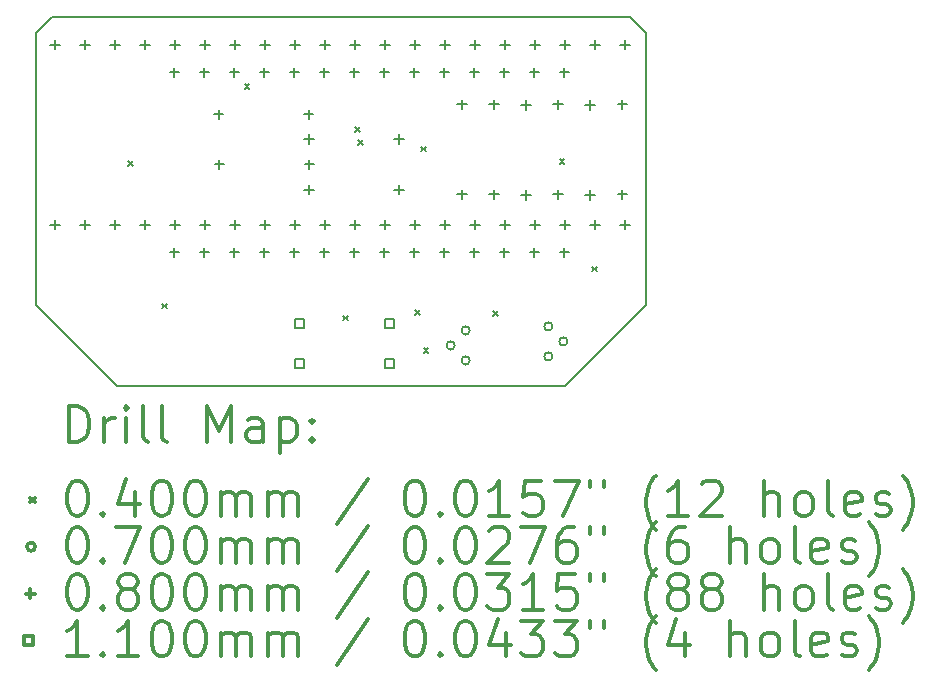
<source format=gbr>
%FSLAX45Y45*%
G04 Gerber Fmt 4.5, Leading zero omitted, Abs format (unit mm)*
G04 Created by KiCad (PCBNEW 5.1.10-88a1d61d58~88~ubuntu18.04.1) date 2021-09-30 23:52:21*
%MOMM*%
%LPD*%
G01*
G04 APERTURE LIST*
%TA.AperFunction,Profile*%
%ADD10C,0.150000*%
%TD*%
%ADD11C,0.200000*%
%ADD12C,0.300000*%
G04 APERTURE END LIST*
D10*
X14930000Y-1289000D02*
X14794000Y-1153000D01*
X9767000Y-1288000D02*
X9902000Y-1153000D01*
X10450000Y-4278000D02*
X9767000Y-3595000D01*
X14247000Y-4278000D02*
X10450000Y-4278000D01*
X14930000Y-1289000D02*
X14930000Y-3595000D01*
X9902000Y-1153000D02*
X14794000Y-1153000D01*
X9767000Y-3595000D02*
X9767000Y-1288000D01*
X14930000Y-3595000D02*
X14247000Y-4278000D01*
D11*
X10549000Y-2374000D02*
X10589000Y-2414000D01*
X10589000Y-2374000D02*
X10549000Y-2414000D01*
X10832000Y-3582000D02*
X10872000Y-3622000D01*
X10872000Y-3582000D02*
X10832000Y-3622000D01*
X11531900Y-1727430D02*
X11571900Y-1767430D01*
X11571900Y-1727430D02*
X11531900Y-1767430D01*
X12369000Y-3684000D02*
X12409000Y-3724000D01*
X12409000Y-3684000D02*
X12369000Y-3724000D01*
X12467880Y-2089120D02*
X12507880Y-2129120D01*
X12507880Y-2089120D02*
X12467880Y-2129120D01*
X12493499Y-2199070D02*
X12533499Y-2239070D01*
X12533499Y-2199070D02*
X12493499Y-2239070D01*
X12975000Y-3639000D02*
X13015000Y-3679000D01*
X13015000Y-3639000D02*
X12975000Y-3679000D01*
X13028000Y-2253000D02*
X13068000Y-2293000D01*
X13068000Y-2253000D02*
X13028000Y-2293000D01*
X13049000Y-3961000D02*
X13089000Y-4001000D01*
X13089000Y-3961000D02*
X13049000Y-4001000D01*
X13634000Y-3648000D02*
X13674000Y-3688000D01*
X13674000Y-3648000D02*
X13634000Y-3688000D01*
X14201000Y-2357000D02*
X14241000Y-2397000D01*
X14241000Y-2357000D02*
X14201000Y-2397000D01*
X14476000Y-3269000D02*
X14516000Y-3309000D01*
X14516000Y-3269000D02*
X14476000Y-3309000D01*
X13312000Y-3937000D02*
G75*
G03*
X13312000Y-3937000I-35000J0D01*
G01*
X13439000Y-3810000D02*
G75*
G03*
X13439000Y-3810000I-35000J0D01*
G01*
X13439000Y-4064000D02*
G75*
G03*
X13439000Y-4064000I-35000J0D01*
G01*
X14139000Y-3776000D02*
G75*
G03*
X14139000Y-3776000I-35000J0D01*
G01*
X14139000Y-4030000D02*
G75*
G03*
X14139000Y-4030000I-35000J0D01*
G01*
X14266000Y-3903000D02*
G75*
G03*
X14266000Y-3903000I-35000J0D01*
G01*
X9927500Y-1351100D02*
X9927500Y-1431100D01*
X9887500Y-1391100D02*
X9967500Y-1391100D01*
X9927500Y-2875100D02*
X9927500Y-2955100D01*
X9887500Y-2915100D02*
X9967500Y-2915100D01*
X10181500Y-1351100D02*
X10181500Y-1431100D01*
X10141500Y-1391100D02*
X10221500Y-1391100D01*
X10181500Y-2875100D02*
X10181500Y-2955100D01*
X10141500Y-2915100D02*
X10221500Y-2915100D01*
X10435500Y-1351100D02*
X10435500Y-1431100D01*
X10395500Y-1391100D02*
X10475500Y-1391100D01*
X10435500Y-2875100D02*
X10435500Y-2955100D01*
X10395500Y-2915100D02*
X10475500Y-2915100D01*
X10689500Y-1351100D02*
X10689500Y-1431100D01*
X10649500Y-1391100D02*
X10729500Y-1391100D01*
X10689500Y-2875100D02*
X10689500Y-2955100D01*
X10649500Y-2915100D02*
X10729500Y-2915100D01*
X10939000Y-1584000D02*
X10939000Y-1664000D01*
X10899000Y-1624000D02*
X10979000Y-1624000D01*
X10939000Y-3108000D02*
X10939000Y-3188000D01*
X10899000Y-3148000D02*
X10979000Y-3148000D01*
X10943500Y-1351100D02*
X10943500Y-1431100D01*
X10903500Y-1391100D02*
X10983500Y-1391100D01*
X10943500Y-2875100D02*
X10943500Y-2955100D01*
X10903500Y-2915100D02*
X10983500Y-2915100D01*
X11193000Y-1584000D02*
X11193000Y-1664000D01*
X11153000Y-1624000D02*
X11233000Y-1624000D01*
X11193000Y-3108000D02*
X11193000Y-3188000D01*
X11153000Y-3148000D02*
X11233000Y-3148000D01*
X11197500Y-1351100D02*
X11197500Y-1431100D01*
X11157500Y-1391100D02*
X11237500Y-1391100D01*
X11197500Y-2875100D02*
X11197500Y-2955100D01*
X11157500Y-2915100D02*
X11237500Y-2915100D01*
X11314000Y-1941000D02*
X11314000Y-2021000D01*
X11274000Y-1981000D02*
X11354000Y-1981000D01*
X11318000Y-2363000D02*
X11318000Y-2443000D01*
X11278000Y-2403000D02*
X11358000Y-2403000D01*
X11447000Y-1584000D02*
X11447000Y-1664000D01*
X11407000Y-1624000D02*
X11487000Y-1624000D01*
X11447000Y-3108000D02*
X11447000Y-3188000D01*
X11407000Y-3148000D02*
X11487000Y-3148000D01*
X11451500Y-1351100D02*
X11451500Y-1431100D01*
X11411500Y-1391100D02*
X11491500Y-1391100D01*
X11451500Y-2875100D02*
X11451500Y-2955100D01*
X11411500Y-2915100D02*
X11491500Y-2915100D01*
X11701000Y-1584000D02*
X11701000Y-1664000D01*
X11661000Y-1624000D02*
X11741000Y-1624000D01*
X11701000Y-3108000D02*
X11701000Y-3188000D01*
X11661000Y-3148000D02*
X11741000Y-3148000D01*
X11705500Y-1351100D02*
X11705500Y-1431100D01*
X11665500Y-1391100D02*
X11745500Y-1391100D01*
X11705500Y-2875100D02*
X11705500Y-2955100D01*
X11665500Y-2915100D02*
X11745500Y-2915100D01*
X11955000Y-1584000D02*
X11955000Y-1664000D01*
X11915000Y-1624000D02*
X11995000Y-1624000D01*
X11955000Y-3108000D02*
X11955000Y-3188000D01*
X11915000Y-3148000D02*
X11995000Y-3148000D01*
X11959500Y-1351100D02*
X11959500Y-1431100D01*
X11919500Y-1391100D02*
X11999500Y-1391100D01*
X11959500Y-2875100D02*
X11959500Y-2955100D01*
X11919500Y-2915100D02*
X11999500Y-2915100D01*
X12076000Y-1941000D02*
X12076000Y-2021000D01*
X12036000Y-1981000D02*
X12116000Y-1981000D01*
X12077000Y-2149000D02*
X12077000Y-2229000D01*
X12037000Y-2189000D02*
X12117000Y-2189000D01*
X12077000Y-2578000D02*
X12077000Y-2658000D01*
X12037000Y-2618000D02*
X12117000Y-2618000D01*
X12080000Y-2363000D02*
X12080000Y-2443000D01*
X12040000Y-2403000D02*
X12120000Y-2403000D01*
X12209000Y-1584000D02*
X12209000Y-1664000D01*
X12169000Y-1624000D02*
X12249000Y-1624000D01*
X12209000Y-3108000D02*
X12209000Y-3188000D01*
X12169000Y-3148000D02*
X12249000Y-3148000D01*
X12213500Y-1351100D02*
X12213500Y-1431100D01*
X12173500Y-1391100D02*
X12253500Y-1391100D01*
X12213500Y-2875100D02*
X12213500Y-2955100D01*
X12173500Y-2915100D02*
X12253500Y-2915100D01*
X12463000Y-1584000D02*
X12463000Y-1664000D01*
X12423000Y-1624000D02*
X12503000Y-1624000D01*
X12463000Y-3108000D02*
X12463000Y-3188000D01*
X12423000Y-3148000D02*
X12503000Y-3148000D01*
X12467500Y-1351100D02*
X12467500Y-1431100D01*
X12427500Y-1391100D02*
X12507500Y-1391100D01*
X12467500Y-2875100D02*
X12467500Y-2955100D01*
X12427500Y-2915100D02*
X12507500Y-2915100D01*
X12717000Y-1584000D02*
X12717000Y-1664000D01*
X12677000Y-1624000D02*
X12757000Y-1624000D01*
X12717000Y-3108000D02*
X12717000Y-3188000D01*
X12677000Y-3148000D02*
X12757000Y-3148000D01*
X12721500Y-1351100D02*
X12721500Y-1431100D01*
X12681500Y-1391100D02*
X12761500Y-1391100D01*
X12721500Y-2875100D02*
X12721500Y-2955100D01*
X12681500Y-2915100D02*
X12761500Y-2915100D01*
X12839000Y-2149000D02*
X12839000Y-2229000D01*
X12799000Y-2189000D02*
X12879000Y-2189000D01*
X12839000Y-2578000D02*
X12839000Y-2658000D01*
X12799000Y-2618000D02*
X12879000Y-2618000D01*
X12971000Y-1584000D02*
X12971000Y-1664000D01*
X12931000Y-1624000D02*
X13011000Y-1624000D01*
X12971000Y-3108000D02*
X12971000Y-3188000D01*
X12931000Y-3148000D02*
X13011000Y-3148000D01*
X12975500Y-1351100D02*
X12975500Y-1431100D01*
X12935500Y-1391100D02*
X13015500Y-1391100D01*
X12975500Y-2875100D02*
X12975500Y-2955100D01*
X12935500Y-2915100D02*
X13015500Y-2915100D01*
X13225000Y-1584000D02*
X13225000Y-1664000D01*
X13185000Y-1624000D02*
X13265000Y-1624000D01*
X13225000Y-3108000D02*
X13225000Y-3188000D01*
X13185000Y-3148000D02*
X13265000Y-3148000D01*
X13229500Y-1351100D02*
X13229500Y-1431100D01*
X13189500Y-1391100D02*
X13269500Y-1391100D01*
X13229500Y-2875100D02*
X13229500Y-2955100D01*
X13189500Y-2915100D02*
X13269500Y-2915100D01*
X13373000Y-1856000D02*
X13373000Y-1936000D01*
X13333000Y-1896000D02*
X13413000Y-1896000D01*
X13373000Y-2618000D02*
X13373000Y-2698000D01*
X13333000Y-2658000D02*
X13413000Y-2658000D01*
X13479000Y-1584000D02*
X13479000Y-1664000D01*
X13439000Y-1624000D02*
X13519000Y-1624000D01*
X13479000Y-3108000D02*
X13479000Y-3188000D01*
X13439000Y-3148000D02*
X13519000Y-3148000D01*
X13483500Y-1351100D02*
X13483500Y-1431100D01*
X13443500Y-1391100D02*
X13523500Y-1391100D01*
X13483500Y-2875100D02*
X13483500Y-2955100D01*
X13443500Y-2915100D02*
X13523500Y-2915100D01*
X13643000Y-1857000D02*
X13643000Y-1937000D01*
X13603000Y-1897000D02*
X13683000Y-1897000D01*
X13643000Y-2619000D02*
X13643000Y-2699000D01*
X13603000Y-2659000D02*
X13683000Y-2659000D01*
X13733000Y-1584000D02*
X13733000Y-1664000D01*
X13693000Y-1624000D02*
X13773000Y-1624000D01*
X13733000Y-3108000D02*
X13733000Y-3188000D01*
X13693000Y-3148000D02*
X13773000Y-3148000D01*
X13737500Y-1351100D02*
X13737500Y-1431100D01*
X13697500Y-1391100D02*
X13777500Y-1391100D01*
X13737500Y-2875100D02*
X13737500Y-2955100D01*
X13697500Y-2915100D02*
X13777500Y-2915100D01*
X13914000Y-1860000D02*
X13914000Y-1940000D01*
X13874000Y-1900000D02*
X13954000Y-1900000D01*
X13914000Y-2622000D02*
X13914000Y-2702000D01*
X13874000Y-2662000D02*
X13954000Y-2662000D01*
X13987000Y-1584000D02*
X13987000Y-1664000D01*
X13947000Y-1624000D02*
X14027000Y-1624000D01*
X13987000Y-3108000D02*
X13987000Y-3188000D01*
X13947000Y-3148000D02*
X14027000Y-3148000D01*
X13991500Y-1351100D02*
X13991500Y-1431100D01*
X13951500Y-1391100D02*
X14031500Y-1391100D01*
X13991500Y-2875100D02*
X13991500Y-2955100D01*
X13951500Y-2915100D02*
X14031500Y-2915100D01*
X14186000Y-1857000D02*
X14186000Y-1937000D01*
X14146000Y-1897000D02*
X14226000Y-1897000D01*
X14186000Y-2619000D02*
X14186000Y-2699000D01*
X14146000Y-2659000D02*
X14226000Y-2659000D01*
X14241000Y-1584000D02*
X14241000Y-1664000D01*
X14201000Y-1624000D02*
X14281000Y-1624000D01*
X14241000Y-3108000D02*
X14241000Y-3188000D01*
X14201000Y-3148000D02*
X14281000Y-3148000D01*
X14245500Y-1351100D02*
X14245500Y-1431100D01*
X14205500Y-1391100D02*
X14285500Y-1391100D01*
X14245500Y-2875100D02*
X14245500Y-2955100D01*
X14205500Y-2915100D02*
X14285500Y-2915100D01*
X14458000Y-1860000D02*
X14458000Y-1940000D01*
X14418000Y-1900000D02*
X14498000Y-1900000D01*
X14458000Y-2622000D02*
X14458000Y-2702000D01*
X14418000Y-2662000D02*
X14498000Y-2662000D01*
X14499500Y-1351100D02*
X14499500Y-1431100D01*
X14459500Y-1391100D02*
X14539500Y-1391100D01*
X14499500Y-2875100D02*
X14499500Y-2955100D01*
X14459500Y-2915100D02*
X14539500Y-2915100D01*
X14730000Y-1857000D02*
X14730000Y-1937000D01*
X14690000Y-1897000D02*
X14770000Y-1897000D01*
X14730000Y-2619000D02*
X14730000Y-2699000D01*
X14690000Y-2659000D02*
X14770000Y-2659000D01*
X14753500Y-1351100D02*
X14753500Y-1431100D01*
X14713500Y-1391100D02*
X14793500Y-1391100D01*
X14753500Y-2875100D02*
X14753500Y-2955100D01*
X14713500Y-2915100D02*
X14793500Y-2915100D01*
X12033891Y-3792891D02*
X12033891Y-3715109D01*
X11956109Y-3715109D01*
X11956109Y-3792891D01*
X12033891Y-3792891D01*
X12036891Y-4131891D02*
X12036891Y-4054109D01*
X11959109Y-4054109D01*
X11959109Y-4131891D01*
X12036891Y-4131891D01*
X12795891Y-3792891D02*
X12795891Y-3715109D01*
X12718109Y-3715109D01*
X12718109Y-3792891D01*
X12795891Y-3792891D01*
X12798891Y-4131891D02*
X12798891Y-4054109D01*
X12721109Y-4054109D01*
X12721109Y-4131891D01*
X12798891Y-4131891D01*
D12*
X10045928Y-4751214D02*
X10045928Y-4451214D01*
X10117357Y-4451214D01*
X10160214Y-4465500D01*
X10188786Y-4494072D01*
X10203071Y-4522643D01*
X10217357Y-4579786D01*
X10217357Y-4622643D01*
X10203071Y-4679786D01*
X10188786Y-4708357D01*
X10160214Y-4736929D01*
X10117357Y-4751214D01*
X10045928Y-4751214D01*
X10345928Y-4751214D02*
X10345928Y-4551214D01*
X10345928Y-4608357D02*
X10360214Y-4579786D01*
X10374500Y-4565500D01*
X10403071Y-4551214D01*
X10431643Y-4551214D01*
X10531643Y-4751214D02*
X10531643Y-4551214D01*
X10531643Y-4451214D02*
X10517357Y-4465500D01*
X10531643Y-4479786D01*
X10545928Y-4465500D01*
X10531643Y-4451214D01*
X10531643Y-4479786D01*
X10717357Y-4751214D02*
X10688786Y-4736929D01*
X10674500Y-4708357D01*
X10674500Y-4451214D01*
X10874500Y-4751214D02*
X10845928Y-4736929D01*
X10831643Y-4708357D01*
X10831643Y-4451214D01*
X11217357Y-4751214D02*
X11217357Y-4451214D01*
X11317357Y-4665500D01*
X11417357Y-4451214D01*
X11417357Y-4751214D01*
X11688786Y-4751214D02*
X11688786Y-4594072D01*
X11674500Y-4565500D01*
X11645928Y-4551214D01*
X11588786Y-4551214D01*
X11560214Y-4565500D01*
X11688786Y-4736929D02*
X11660214Y-4751214D01*
X11588786Y-4751214D01*
X11560214Y-4736929D01*
X11545928Y-4708357D01*
X11545928Y-4679786D01*
X11560214Y-4651214D01*
X11588786Y-4636929D01*
X11660214Y-4636929D01*
X11688786Y-4622643D01*
X11831643Y-4551214D02*
X11831643Y-4851214D01*
X11831643Y-4565500D02*
X11860214Y-4551214D01*
X11917357Y-4551214D01*
X11945928Y-4565500D01*
X11960214Y-4579786D01*
X11974500Y-4608357D01*
X11974500Y-4694072D01*
X11960214Y-4722643D01*
X11945928Y-4736929D01*
X11917357Y-4751214D01*
X11860214Y-4751214D01*
X11831643Y-4736929D01*
X12103071Y-4722643D02*
X12117357Y-4736929D01*
X12103071Y-4751214D01*
X12088786Y-4736929D01*
X12103071Y-4722643D01*
X12103071Y-4751214D01*
X12103071Y-4565500D02*
X12117357Y-4579786D01*
X12103071Y-4594072D01*
X12088786Y-4579786D01*
X12103071Y-4565500D01*
X12103071Y-4594072D01*
X9719500Y-5225500D02*
X9759500Y-5265500D01*
X9759500Y-5225500D02*
X9719500Y-5265500D01*
X10103071Y-5081214D02*
X10131643Y-5081214D01*
X10160214Y-5095500D01*
X10174500Y-5109786D01*
X10188786Y-5138357D01*
X10203071Y-5195500D01*
X10203071Y-5266929D01*
X10188786Y-5324072D01*
X10174500Y-5352643D01*
X10160214Y-5366929D01*
X10131643Y-5381214D01*
X10103071Y-5381214D01*
X10074500Y-5366929D01*
X10060214Y-5352643D01*
X10045928Y-5324072D01*
X10031643Y-5266929D01*
X10031643Y-5195500D01*
X10045928Y-5138357D01*
X10060214Y-5109786D01*
X10074500Y-5095500D01*
X10103071Y-5081214D01*
X10331643Y-5352643D02*
X10345928Y-5366929D01*
X10331643Y-5381214D01*
X10317357Y-5366929D01*
X10331643Y-5352643D01*
X10331643Y-5381214D01*
X10603071Y-5181214D02*
X10603071Y-5381214D01*
X10531643Y-5066929D02*
X10460214Y-5281214D01*
X10645928Y-5281214D01*
X10817357Y-5081214D02*
X10845928Y-5081214D01*
X10874500Y-5095500D01*
X10888786Y-5109786D01*
X10903071Y-5138357D01*
X10917357Y-5195500D01*
X10917357Y-5266929D01*
X10903071Y-5324072D01*
X10888786Y-5352643D01*
X10874500Y-5366929D01*
X10845928Y-5381214D01*
X10817357Y-5381214D01*
X10788786Y-5366929D01*
X10774500Y-5352643D01*
X10760214Y-5324072D01*
X10745928Y-5266929D01*
X10745928Y-5195500D01*
X10760214Y-5138357D01*
X10774500Y-5109786D01*
X10788786Y-5095500D01*
X10817357Y-5081214D01*
X11103071Y-5081214D02*
X11131643Y-5081214D01*
X11160214Y-5095500D01*
X11174500Y-5109786D01*
X11188786Y-5138357D01*
X11203071Y-5195500D01*
X11203071Y-5266929D01*
X11188786Y-5324072D01*
X11174500Y-5352643D01*
X11160214Y-5366929D01*
X11131643Y-5381214D01*
X11103071Y-5381214D01*
X11074500Y-5366929D01*
X11060214Y-5352643D01*
X11045928Y-5324072D01*
X11031643Y-5266929D01*
X11031643Y-5195500D01*
X11045928Y-5138357D01*
X11060214Y-5109786D01*
X11074500Y-5095500D01*
X11103071Y-5081214D01*
X11331643Y-5381214D02*
X11331643Y-5181214D01*
X11331643Y-5209786D02*
X11345928Y-5195500D01*
X11374500Y-5181214D01*
X11417357Y-5181214D01*
X11445928Y-5195500D01*
X11460214Y-5224072D01*
X11460214Y-5381214D01*
X11460214Y-5224072D02*
X11474500Y-5195500D01*
X11503071Y-5181214D01*
X11545928Y-5181214D01*
X11574500Y-5195500D01*
X11588786Y-5224072D01*
X11588786Y-5381214D01*
X11731643Y-5381214D02*
X11731643Y-5181214D01*
X11731643Y-5209786D02*
X11745928Y-5195500D01*
X11774500Y-5181214D01*
X11817357Y-5181214D01*
X11845928Y-5195500D01*
X11860214Y-5224072D01*
X11860214Y-5381214D01*
X11860214Y-5224072D02*
X11874500Y-5195500D01*
X11903071Y-5181214D01*
X11945928Y-5181214D01*
X11974500Y-5195500D01*
X11988786Y-5224072D01*
X11988786Y-5381214D01*
X12574500Y-5066929D02*
X12317357Y-5452643D01*
X12960214Y-5081214D02*
X12988786Y-5081214D01*
X13017357Y-5095500D01*
X13031643Y-5109786D01*
X13045928Y-5138357D01*
X13060214Y-5195500D01*
X13060214Y-5266929D01*
X13045928Y-5324072D01*
X13031643Y-5352643D01*
X13017357Y-5366929D01*
X12988786Y-5381214D01*
X12960214Y-5381214D01*
X12931643Y-5366929D01*
X12917357Y-5352643D01*
X12903071Y-5324072D01*
X12888786Y-5266929D01*
X12888786Y-5195500D01*
X12903071Y-5138357D01*
X12917357Y-5109786D01*
X12931643Y-5095500D01*
X12960214Y-5081214D01*
X13188786Y-5352643D02*
X13203071Y-5366929D01*
X13188786Y-5381214D01*
X13174500Y-5366929D01*
X13188786Y-5352643D01*
X13188786Y-5381214D01*
X13388786Y-5081214D02*
X13417357Y-5081214D01*
X13445928Y-5095500D01*
X13460214Y-5109786D01*
X13474500Y-5138357D01*
X13488786Y-5195500D01*
X13488786Y-5266929D01*
X13474500Y-5324072D01*
X13460214Y-5352643D01*
X13445928Y-5366929D01*
X13417357Y-5381214D01*
X13388786Y-5381214D01*
X13360214Y-5366929D01*
X13345928Y-5352643D01*
X13331643Y-5324072D01*
X13317357Y-5266929D01*
X13317357Y-5195500D01*
X13331643Y-5138357D01*
X13345928Y-5109786D01*
X13360214Y-5095500D01*
X13388786Y-5081214D01*
X13774500Y-5381214D02*
X13603071Y-5381214D01*
X13688786Y-5381214D02*
X13688786Y-5081214D01*
X13660214Y-5124072D01*
X13631643Y-5152643D01*
X13603071Y-5166929D01*
X14045928Y-5081214D02*
X13903071Y-5081214D01*
X13888786Y-5224072D01*
X13903071Y-5209786D01*
X13931643Y-5195500D01*
X14003071Y-5195500D01*
X14031643Y-5209786D01*
X14045928Y-5224072D01*
X14060214Y-5252643D01*
X14060214Y-5324072D01*
X14045928Y-5352643D01*
X14031643Y-5366929D01*
X14003071Y-5381214D01*
X13931643Y-5381214D01*
X13903071Y-5366929D01*
X13888786Y-5352643D01*
X14160214Y-5081214D02*
X14360214Y-5081214D01*
X14231643Y-5381214D01*
X14460214Y-5081214D02*
X14460214Y-5138357D01*
X14574500Y-5081214D02*
X14574500Y-5138357D01*
X15017357Y-5495500D02*
X15003071Y-5481214D01*
X14974500Y-5438357D01*
X14960214Y-5409786D01*
X14945928Y-5366929D01*
X14931643Y-5295500D01*
X14931643Y-5238357D01*
X14945928Y-5166929D01*
X14960214Y-5124072D01*
X14974500Y-5095500D01*
X15003071Y-5052643D01*
X15017357Y-5038357D01*
X15288786Y-5381214D02*
X15117357Y-5381214D01*
X15203071Y-5381214D02*
X15203071Y-5081214D01*
X15174500Y-5124072D01*
X15145928Y-5152643D01*
X15117357Y-5166929D01*
X15403071Y-5109786D02*
X15417357Y-5095500D01*
X15445928Y-5081214D01*
X15517357Y-5081214D01*
X15545928Y-5095500D01*
X15560214Y-5109786D01*
X15574500Y-5138357D01*
X15574500Y-5166929D01*
X15560214Y-5209786D01*
X15388786Y-5381214D01*
X15574500Y-5381214D01*
X15931643Y-5381214D02*
X15931643Y-5081214D01*
X16060214Y-5381214D02*
X16060214Y-5224072D01*
X16045928Y-5195500D01*
X16017357Y-5181214D01*
X15974500Y-5181214D01*
X15945928Y-5195500D01*
X15931643Y-5209786D01*
X16245928Y-5381214D02*
X16217357Y-5366929D01*
X16203071Y-5352643D01*
X16188786Y-5324072D01*
X16188786Y-5238357D01*
X16203071Y-5209786D01*
X16217357Y-5195500D01*
X16245928Y-5181214D01*
X16288786Y-5181214D01*
X16317357Y-5195500D01*
X16331643Y-5209786D01*
X16345928Y-5238357D01*
X16345928Y-5324072D01*
X16331643Y-5352643D01*
X16317357Y-5366929D01*
X16288786Y-5381214D01*
X16245928Y-5381214D01*
X16517357Y-5381214D02*
X16488786Y-5366929D01*
X16474500Y-5338357D01*
X16474500Y-5081214D01*
X16745928Y-5366929D02*
X16717357Y-5381214D01*
X16660214Y-5381214D01*
X16631643Y-5366929D01*
X16617357Y-5338357D01*
X16617357Y-5224072D01*
X16631643Y-5195500D01*
X16660214Y-5181214D01*
X16717357Y-5181214D01*
X16745928Y-5195500D01*
X16760214Y-5224072D01*
X16760214Y-5252643D01*
X16617357Y-5281214D01*
X16874500Y-5366929D02*
X16903071Y-5381214D01*
X16960214Y-5381214D01*
X16988786Y-5366929D01*
X17003071Y-5338357D01*
X17003071Y-5324072D01*
X16988786Y-5295500D01*
X16960214Y-5281214D01*
X16917357Y-5281214D01*
X16888786Y-5266929D01*
X16874500Y-5238357D01*
X16874500Y-5224072D01*
X16888786Y-5195500D01*
X16917357Y-5181214D01*
X16960214Y-5181214D01*
X16988786Y-5195500D01*
X17103071Y-5495500D02*
X17117357Y-5481214D01*
X17145928Y-5438357D01*
X17160214Y-5409786D01*
X17174500Y-5366929D01*
X17188786Y-5295500D01*
X17188786Y-5238357D01*
X17174500Y-5166929D01*
X17160214Y-5124072D01*
X17145928Y-5095500D01*
X17117357Y-5052643D01*
X17103071Y-5038357D01*
X9759500Y-5641500D02*
G75*
G03*
X9759500Y-5641500I-35000J0D01*
G01*
X10103071Y-5477214D02*
X10131643Y-5477214D01*
X10160214Y-5491500D01*
X10174500Y-5505786D01*
X10188786Y-5534357D01*
X10203071Y-5591500D01*
X10203071Y-5662929D01*
X10188786Y-5720071D01*
X10174500Y-5748643D01*
X10160214Y-5762929D01*
X10131643Y-5777214D01*
X10103071Y-5777214D01*
X10074500Y-5762929D01*
X10060214Y-5748643D01*
X10045928Y-5720071D01*
X10031643Y-5662929D01*
X10031643Y-5591500D01*
X10045928Y-5534357D01*
X10060214Y-5505786D01*
X10074500Y-5491500D01*
X10103071Y-5477214D01*
X10331643Y-5748643D02*
X10345928Y-5762929D01*
X10331643Y-5777214D01*
X10317357Y-5762929D01*
X10331643Y-5748643D01*
X10331643Y-5777214D01*
X10445928Y-5477214D02*
X10645928Y-5477214D01*
X10517357Y-5777214D01*
X10817357Y-5477214D02*
X10845928Y-5477214D01*
X10874500Y-5491500D01*
X10888786Y-5505786D01*
X10903071Y-5534357D01*
X10917357Y-5591500D01*
X10917357Y-5662929D01*
X10903071Y-5720071D01*
X10888786Y-5748643D01*
X10874500Y-5762929D01*
X10845928Y-5777214D01*
X10817357Y-5777214D01*
X10788786Y-5762929D01*
X10774500Y-5748643D01*
X10760214Y-5720071D01*
X10745928Y-5662929D01*
X10745928Y-5591500D01*
X10760214Y-5534357D01*
X10774500Y-5505786D01*
X10788786Y-5491500D01*
X10817357Y-5477214D01*
X11103071Y-5477214D02*
X11131643Y-5477214D01*
X11160214Y-5491500D01*
X11174500Y-5505786D01*
X11188786Y-5534357D01*
X11203071Y-5591500D01*
X11203071Y-5662929D01*
X11188786Y-5720071D01*
X11174500Y-5748643D01*
X11160214Y-5762929D01*
X11131643Y-5777214D01*
X11103071Y-5777214D01*
X11074500Y-5762929D01*
X11060214Y-5748643D01*
X11045928Y-5720071D01*
X11031643Y-5662929D01*
X11031643Y-5591500D01*
X11045928Y-5534357D01*
X11060214Y-5505786D01*
X11074500Y-5491500D01*
X11103071Y-5477214D01*
X11331643Y-5777214D02*
X11331643Y-5577214D01*
X11331643Y-5605786D02*
X11345928Y-5591500D01*
X11374500Y-5577214D01*
X11417357Y-5577214D01*
X11445928Y-5591500D01*
X11460214Y-5620071D01*
X11460214Y-5777214D01*
X11460214Y-5620071D02*
X11474500Y-5591500D01*
X11503071Y-5577214D01*
X11545928Y-5577214D01*
X11574500Y-5591500D01*
X11588786Y-5620071D01*
X11588786Y-5777214D01*
X11731643Y-5777214D02*
X11731643Y-5577214D01*
X11731643Y-5605786D02*
X11745928Y-5591500D01*
X11774500Y-5577214D01*
X11817357Y-5577214D01*
X11845928Y-5591500D01*
X11860214Y-5620071D01*
X11860214Y-5777214D01*
X11860214Y-5620071D02*
X11874500Y-5591500D01*
X11903071Y-5577214D01*
X11945928Y-5577214D01*
X11974500Y-5591500D01*
X11988786Y-5620071D01*
X11988786Y-5777214D01*
X12574500Y-5462929D02*
X12317357Y-5848643D01*
X12960214Y-5477214D02*
X12988786Y-5477214D01*
X13017357Y-5491500D01*
X13031643Y-5505786D01*
X13045928Y-5534357D01*
X13060214Y-5591500D01*
X13060214Y-5662929D01*
X13045928Y-5720071D01*
X13031643Y-5748643D01*
X13017357Y-5762929D01*
X12988786Y-5777214D01*
X12960214Y-5777214D01*
X12931643Y-5762929D01*
X12917357Y-5748643D01*
X12903071Y-5720071D01*
X12888786Y-5662929D01*
X12888786Y-5591500D01*
X12903071Y-5534357D01*
X12917357Y-5505786D01*
X12931643Y-5491500D01*
X12960214Y-5477214D01*
X13188786Y-5748643D02*
X13203071Y-5762929D01*
X13188786Y-5777214D01*
X13174500Y-5762929D01*
X13188786Y-5748643D01*
X13188786Y-5777214D01*
X13388786Y-5477214D02*
X13417357Y-5477214D01*
X13445928Y-5491500D01*
X13460214Y-5505786D01*
X13474500Y-5534357D01*
X13488786Y-5591500D01*
X13488786Y-5662929D01*
X13474500Y-5720071D01*
X13460214Y-5748643D01*
X13445928Y-5762929D01*
X13417357Y-5777214D01*
X13388786Y-5777214D01*
X13360214Y-5762929D01*
X13345928Y-5748643D01*
X13331643Y-5720071D01*
X13317357Y-5662929D01*
X13317357Y-5591500D01*
X13331643Y-5534357D01*
X13345928Y-5505786D01*
X13360214Y-5491500D01*
X13388786Y-5477214D01*
X13603071Y-5505786D02*
X13617357Y-5491500D01*
X13645928Y-5477214D01*
X13717357Y-5477214D01*
X13745928Y-5491500D01*
X13760214Y-5505786D01*
X13774500Y-5534357D01*
X13774500Y-5562929D01*
X13760214Y-5605786D01*
X13588786Y-5777214D01*
X13774500Y-5777214D01*
X13874500Y-5477214D02*
X14074500Y-5477214D01*
X13945928Y-5777214D01*
X14317357Y-5477214D02*
X14260214Y-5477214D01*
X14231643Y-5491500D01*
X14217357Y-5505786D01*
X14188786Y-5548643D01*
X14174500Y-5605786D01*
X14174500Y-5720071D01*
X14188786Y-5748643D01*
X14203071Y-5762929D01*
X14231643Y-5777214D01*
X14288786Y-5777214D01*
X14317357Y-5762929D01*
X14331643Y-5748643D01*
X14345928Y-5720071D01*
X14345928Y-5648643D01*
X14331643Y-5620071D01*
X14317357Y-5605786D01*
X14288786Y-5591500D01*
X14231643Y-5591500D01*
X14203071Y-5605786D01*
X14188786Y-5620071D01*
X14174500Y-5648643D01*
X14460214Y-5477214D02*
X14460214Y-5534357D01*
X14574500Y-5477214D02*
X14574500Y-5534357D01*
X15017357Y-5891500D02*
X15003071Y-5877214D01*
X14974500Y-5834357D01*
X14960214Y-5805786D01*
X14945928Y-5762929D01*
X14931643Y-5691500D01*
X14931643Y-5634357D01*
X14945928Y-5562929D01*
X14960214Y-5520072D01*
X14974500Y-5491500D01*
X15003071Y-5448643D01*
X15017357Y-5434357D01*
X15260214Y-5477214D02*
X15203071Y-5477214D01*
X15174500Y-5491500D01*
X15160214Y-5505786D01*
X15131643Y-5548643D01*
X15117357Y-5605786D01*
X15117357Y-5720071D01*
X15131643Y-5748643D01*
X15145928Y-5762929D01*
X15174500Y-5777214D01*
X15231643Y-5777214D01*
X15260214Y-5762929D01*
X15274500Y-5748643D01*
X15288786Y-5720071D01*
X15288786Y-5648643D01*
X15274500Y-5620071D01*
X15260214Y-5605786D01*
X15231643Y-5591500D01*
X15174500Y-5591500D01*
X15145928Y-5605786D01*
X15131643Y-5620071D01*
X15117357Y-5648643D01*
X15645928Y-5777214D02*
X15645928Y-5477214D01*
X15774500Y-5777214D02*
X15774500Y-5620071D01*
X15760214Y-5591500D01*
X15731643Y-5577214D01*
X15688786Y-5577214D01*
X15660214Y-5591500D01*
X15645928Y-5605786D01*
X15960214Y-5777214D02*
X15931643Y-5762929D01*
X15917357Y-5748643D01*
X15903071Y-5720071D01*
X15903071Y-5634357D01*
X15917357Y-5605786D01*
X15931643Y-5591500D01*
X15960214Y-5577214D01*
X16003071Y-5577214D01*
X16031643Y-5591500D01*
X16045928Y-5605786D01*
X16060214Y-5634357D01*
X16060214Y-5720071D01*
X16045928Y-5748643D01*
X16031643Y-5762929D01*
X16003071Y-5777214D01*
X15960214Y-5777214D01*
X16231643Y-5777214D02*
X16203071Y-5762929D01*
X16188786Y-5734357D01*
X16188786Y-5477214D01*
X16460214Y-5762929D02*
X16431643Y-5777214D01*
X16374500Y-5777214D01*
X16345928Y-5762929D01*
X16331643Y-5734357D01*
X16331643Y-5620071D01*
X16345928Y-5591500D01*
X16374500Y-5577214D01*
X16431643Y-5577214D01*
X16460214Y-5591500D01*
X16474500Y-5620071D01*
X16474500Y-5648643D01*
X16331643Y-5677214D01*
X16588786Y-5762929D02*
X16617357Y-5777214D01*
X16674500Y-5777214D01*
X16703071Y-5762929D01*
X16717357Y-5734357D01*
X16717357Y-5720071D01*
X16703071Y-5691500D01*
X16674500Y-5677214D01*
X16631643Y-5677214D01*
X16603071Y-5662929D01*
X16588786Y-5634357D01*
X16588786Y-5620071D01*
X16603071Y-5591500D01*
X16631643Y-5577214D01*
X16674500Y-5577214D01*
X16703071Y-5591500D01*
X16817357Y-5891500D02*
X16831643Y-5877214D01*
X16860214Y-5834357D01*
X16874500Y-5805786D01*
X16888786Y-5762929D01*
X16903071Y-5691500D01*
X16903071Y-5634357D01*
X16888786Y-5562929D01*
X16874500Y-5520072D01*
X16860214Y-5491500D01*
X16831643Y-5448643D01*
X16817357Y-5434357D01*
X9719500Y-5997500D02*
X9719500Y-6077500D01*
X9679500Y-6037500D02*
X9759500Y-6037500D01*
X10103071Y-5873214D02*
X10131643Y-5873214D01*
X10160214Y-5887500D01*
X10174500Y-5901786D01*
X10188786Y-5930357D01*
X10203071Y-5987500D01*
X10203071Y-6058929D01*
X10188786Y-6116071D01*
X10174500Y-6144643D01*
X10160214Y-6158929D01*
X10131643Y-6173214D01*
X10103071Y-6173214D01*
X10074500Y-6158929D01*
X10060214Y-6144643D01*
X10045928Y-6116071D01*
X10031643Y-6058929D01*
X10031643Y-5987500D01*
X10045928Y-5930357D01*
X10060214Y-5901786D01*
X10074500Y-5887500D01*
X10103071Y-5873214D01*
X10331643Y-6144643D02*
X10345928Y-6158929D01*
X10331643Y-6173214D01*
X10317357Y-6158929D01*
X10331643Y-6144643D01*
X10331643Y-6173214D01*
X10517357Y-6001786D02*
X10488786Y-5987500D01*
X10474500Y-5973214D01*
X10460214Y-5944643D01*
X10460214Y-5930357D01*
X10474500Y-5901786D01*
X10488786Y-5887500D01*
X10517357Y-5873214D01*
X10574500Y-5873214D01*
X10603071Y-5887500D01*
X10617357Y-5901786D01*
X10631643Y-5930357D01*
X10631643Y-5944643D01*
X10617357Y-5973214D01*
X10603071Y-5987500D01*
X10574500Y-6001786D01*
X10517357Y-6001786D01*
X10488786Y-6016071D01*
X10474500Y-6030357D01*
X10460214Y-6058929D01*
X10460214Y-6116071D01*
X10474500Y-6144643D01*
X10488786Y-6158929D01*
X10517357Y-6173214D01*
X10574500Y-6173214D01*
X10603071Y-6158929D01*
X10617357Y-6144643D01*
X10631643Y-6116071D01*
X10631643Y-6058929D01*
X10617357Y-6030357D01*
X10603071Y-6016071D01*
X10574500Y-6001786D01*
X10817357Y-5873214D02*
X10845928Y-5873214D01*
X10874500Y-5887500D01*
X10888786Y-5901786D01*
X10903071Y-5930357D01*
X10917357Y-5987500D01*
X10917357Y-6058929D01*
X10903071Y-6116071D01*
X10888786Y-6144643D01*
X10874500Y-6158929D01*
X10845928Y-6173214D01*
X10817357Y-6173214D01*
X10788786Y-6158929D01*
X10774500Y-6144643D01*
X10760214Y-6116071D01*
X10745928Y-6058929D01*
X10745928Y-5987500D01*
X10760214Y-5930357D01*
X10774500Y-5901786D01*
X10788786Y-5887500D01*
X10817357Y-5873214D01*
X11103071Y-5873214D02*
X11131643Y-5873214D01*
X11160214Y-5887500D01*
X11174500Y-5901786D01*
X11188786Y-5930357D01*
X11203071Y-5987500D01*
X11203071Y-6058929D01*
X11188786Y-6116071D01*
X11174500Y-6144643D01*
X11160214Y-6158929D01*
X11131643Y-6173214D01*
X11103071Y-6173214D01*
X11074500Y-6158929D01*
X11060214Y-6144643D01*
X11045928Y-6116071D01*
X11031643Y-6058929D01*
X11031643Y-5987500D01*
X11045928Y-5930357D01*
X11060214Y-5901786D01*
X11074500Y-5887500D01*
X11103071Y-5873214D01*
X11331643Y-6173214D02*
X11331643Y-5973214D01*
X11331643Y-6001786D02*
X11345928Y-5987500D01*
X11374500Y-5973214D01*
X11417357Y-5973214D01*
X11445928Y-5987500D01*
X11460214Y-6016071D01*
X11460214Y-6173214D01*
X11460214Y-6016071D02*
X11474500Y-5987500D01*
X11503071Y-5973214D01*
X11545928Y-5973214D01*
X11574500Y-5987500D01*
X11588786Y-6016071D01*
X11588786Y-6173214D01*
X11731643Y-6173214D02*
X11731643Y-5973214D01*
X11731643Y-6001786D02*
X11745928Y-5987500D01*
X11774500Y-5973214D01*
X11817357Y-5973214D01*
X11845928Y-5987500D01*
X11860214Y-6016071D01*
X11860214Y-6173214D01*
X11860214Y-6016071D02*
X11874500Y-5987500D01*
X11903071Y-5973214D01*
X11945928Y-5973214D01*
X11974500Y-5987500D01*
X11988786Y-6016071D01*
X11988786Y-6173214D01*
X12574500Y-5858929D02*
X12317357Y-6244643D01*
X12960214Y-5873214D02*
X12988786Y-5873214D01*
X13017357Y-5887500D01*
X13031643Y-5901786D01*
X13045928Y-5930357D01*
X13060214Y-5987500D01*
X13060214Y-6058929D01*
X13045928Y-6116071D01*
X13031643Y-6144643D01*
X13017357Y-6158929D01*
X12988786Y-6173214D01*
X12960214Y-6173214D01*
X12931643Y-6158929D01*
X12917357Y-6144643D01*
X12903071Y-6116071D01*
X12888786Y-6058929D01*
X12888786Y-5987500D01*
X12903071Y-5930357D01*
X12917357Y-5901786D01*
X12931643Y-5887500D01*
X12960214Y-5873214D01*
X13188786Y-6144643D02*
X13203071Y-6158929D01*
X13188786Y-6173214D01*
X13174500Y-6158929D01*
X13188786Y-6144643D01*
X13188786Y-6173214D01*
X13388786Y-5873214D02*
X13417357Y-5873214D01*
X13445928Y-5887500D01*
X13460214Y-5901786D01*
X13474500Y-5930357D01*
X13488786Y-5987500D01*
X13488786Y-6058929D01*
X13474500Y-6116071D01*
X13460214Y-6144643D01*
X13445928Y-6158929D01*
X13417357Y-6173214D01*
X13388786Y-6173214D01*
X13360214Y-6158929D01*
X13345928Y-6144643D01*
X13331643Y-6116071D01*
X13317357Y-6058929D01*
X13317357Y-5987500D01*
X13331643Y-5930357D01*
X13345928Y-5901786D01*
X13360214Y-5887500D01*
X13388786Y-5873214D01*
X13588786Y-5873214D02*
X13774500Y-5873214D01*
X13674500Y-5987500D01*
X13717357Y-5987500D01*
X13745928Y-6001786D01*
X13760214Y-6016071D01*
X13774500Y-6044643D01*
X13774500Y-6116071D01*
X13760214Y-6144643D01*
X13745928Y-6158929D01*
X13717357Y-6173214D01*
X13631643Y-6173214D01*
X13603071Y-6158929D01*
X13588786Y-6144643D01*
X14060214Y-6173214D02*
X13888786Y-6173214D01*
X13974500Y-6173214D02*
X13974500Y-5873214D01*
X13945928Y-5916071D01*
X13917357Y-5944643D01*
X13888786Y-5958929D01*
X14331643Y-5873214D02*
X14188786Y-5873214D01*
X14174500Y-6016071D01*
X14188786Y-6001786D01*
X14217357Y-5987500D01*
X14288786Y-5987500D01*
X14317357Y-6001786D01*
X14331643Y-6016071D01*
X14345928Y-6044643D01*
X14345928Y-6116071D01*
X14331643Y-6144643D01*
X14317357Y-6158929D01*
X14288786Y-6173214D01*
X14217357Y-6173214D01*
X14188786Y-6158929D01*
X14174500Y-6144643D01*
X14460214Y-5873214D02*
X14460214Y-5930357D01*
X14574500Y-5873214D02*
X14574500Y-5930357D01*
X15017357Y-6287500D02*
X15003071Y-6273214D01*
X14974500Y-6230357D01*
X14960214Y-6201786D01*
X14945928Y-6158929D01*
X14931643Y-6087500D01*
X14931643Y-6030357D01*
X14945928Y-5958929D01*
X14960214Y-5916071D01*
X14974500Y-5887500D01*
X15003071Y-5844643D01*
X15017357Y-5830357D01*
X15174500Y-6001786D02*
X15145928Y-5987500D01*
X15131643Y-5973214D01*
X15117357Y-5944643D01*
X15117357Y-5930357D01*
X15131643Y-5901786D01*
X15145928Y-5887500D01*
X15174500Y-5873214D01*
X15231643Y-5873214D01*
X15260214Y-5887500D01*
X15274500Y-5901786D01*
X15288786Y-5930357D01*
X15288786Y-5944643D01*
X15274500Y-5973214D01*
X15260214Y-5987500D01*
X15231643Y-6001786D01*
X15174500Y-6001786D01*
X15145928Y-6016071D01*
X15131643Y-6030357D01*
X15117357Y-6058929D01*
X15117357Y-6116071D01*
X15131643Y-6144643D01*
X15145928Y-6158929D01*
X15174500Y-6173214D01*
X15231643Y-6173214D01*
X15260214Y-6158929D01*
X15274500Y-6144643D01*
X15288786Y-6116071D01*
X15288786Y-6058929D01*
X15274500Y-6030357D01*
X15260214Y-6016071D01*
X15231643Y-6001786D01*
X15460214Y-6001786D02*
X15431643Y-5987500D01*
X15417357Y-5973214D01*
X15403071Y-5944643D01*
X15403071Y-5930357D01*
X15417357Y-5901786D01*
X15431643Y-5887500D01*
X15460214Y-5873214D01*
X15517357Y-5873214D01*
X15545928Y-5887500D01*
X15560214Y-5901786D01*
X15574500Y-5930357D01*
X15574500Y-5944643D01*
X15560214Y-5973214D01*
X15545928Y-5987500D01*
X15517357Y-6001786D01*
X15460214Y-6001786D01*
X15431643Y-6016071D01*
X15417357Y-6030357D01*
X15403071Y-6058929D01*
X15403071Y-6116071D01*
X15417357Y-6144643D01*
X15431643Y-6158929D01*
X15460214Y-6173214D01*
X15517357Y-6173214D01*
X15545928Y-6158929D01*
X15560214Y-6144643D01*
X15574500Y-6116071D01*
X15574500Y-6058929D01*
X15560214Y-6030357D01*
X15545928Y-6016071D01*
X15517357Y-6001786D01*
X15931643Y-6173214D02*
X15931643Y-5873214D01*
X16060214Y-6173214D02*
X16060214Y-6016071D01*
X16045928Y-5987500D01*
X16017357Y-5973214D01*
X15974500Y-5973214D01*
X15945928Y-5987500D01*
X15931643Y-6001786D01*
X16245928Y-6173214D02*
X16217357Y-6158929D01*
X16203071Y-6144643D01*
X16188786Y-6116071D01*
X16188786Y-6030357D01*
X16203071Y-6001786D01*
X16217357Y-5987500D01*
X16245928Y-5973214D01*
X16288786Y-5973214D01*
X16317357Y-5987500D01*
X16331643Y-6001786D01*
X16345928Y-6030357D01*
X16345928Y-6116071D01*
X16331643Y-6144643D01*
X16317357Y-6158929D01*
X16288786Y-6173214D01*
X16245928Y-6173214D01*
X16517357Y-6173214D02*
X16488786Y-6158929D01*
X16474500Y-6130357D01*
X16474500Y-5873214D01*
X16745928Y-6158929D02*
X16717357Y-6173214D01*
X16660214Y-6173214D01*
X16631643Y-6158929D01*
X16617357Y-6130357D01*
X16617357Y-6016071D01*
X16631643Y-5987500D01*
X16660214Y-5973214D01*
X16717357Y-5973214D01*
X16745928Y-5987500D01*
X16760214Y-6016071D01*
X16760214Y-6044643D01*
X16617357Y-6073214D01*
X16874500Y-6158929D02*
X16903071Y-6173214D01*
X16960214Y-6173214D01*
X16988786Y-6158929D01*
X17003071Y-6130357D01*
X17003071Y-6116071D01*
X16988786Y-6087500D01*
X16960214Y-6073214D01*
X16917357Y-6073214D01*
X16888786Y-6058929D01*
X16874500Y-6030357D01*
X16874500Y-6016071D01*
X16888786Y-5987500D01*
X16917357Y-5973214D01*
X16960214Y-5973214D01*
X16988786Y-5987500D01*
X17103071Y-6287500D02*
X17117357Y-6273214D01*
X17145928Y-6230357D01*
X17160214Y-6201786D01*
X17174500Y-6158929D01*
X17188786Y-6087500D01*
X17188786Y-6030357D01*
X17174500Y-5958929D01*
X17160214Y-5916071D01*
X17145928Y-5887500D01*
X17117357Y-5844643D01*
X17103071Y-5830357D01*
X9743391Y-6472391D02*
X9743391Y-6394609D01*
X9665609Y-6394609D01*
X9665609Y-6472391D01*
X9743391Y-6472391D01*
X10203071Y-6569214D02*
X10031643Y-6569214D01*
X10117357Y-6569214D02*
X10117357Y-6269214D01*
X10088786Y-6312071D01*
X10060214Y-6340643D01*
X10031643Y-6354929D01*
X10331643Y-6540643D02*
X10345928Y-6554929D01*
X10331643Y-6569214D01*
X10317357Y-6554929D01*
X10331643Y-6540643D01*
X10331643Y-6569214D01*
X10631643Y-6569214D02*
X10460214Y-6569214D01*
X10545928Y-6569214D02*
X10545928Y-6269214D01*
X10517357Y-6312071D01*
X10488786Y-6340643D01*
X10460214Y-6354929D01*
X10817357Y-6269214D02*
X10845928Y-6269214D01*
X10874500Y-6283500D01*
X10888786Y-6297786D01*
X10903071Y-6326357D01*
X10917357Y-6383500D01*
X10917357Y-6454929D01*
X10903071Y-6512071D01*
X10888786Y-6540643D01*
X10874500Y-6554929D01*
X10845928Y-6569214D01*
X10817357Y-6569214D01*
X10788786Y-6554929D01*
X10774500Y-6540643D01*
X10760214Y-6512071D01*
X10745928Y-6454929D01*
X10745928Y-6383500D01*
X10760214Y-6326357D01*
X10774500Y-6297786D01*
X10788786Y-6283500D01*
X10817357Y-6269214D01*
X11103071Y-6269214D02*
X11131643Y-6269214D01*
X11160214Y-6283500D01*
X11174500Y-6297786D01*
X11188786Y-6326357D01*
X11203071Y-6383500D01*
X11203071Y-6454929D01*
X11188786Y-6512071D01*
X11174500Y-6540643D01*
X11160214Y-6554929D01*
X11131643Y-6569214D01*
X11103071Y-6569214D01*
X11074500Y-6554929D01*
X11060214Y-6540643D01*
X11045928Y-6512071D01*
X11031643Y-6454929D01*
X11031643Y-6383500D01*
X11045928Y-6326357D01*
X11060214Y-6297786D01*
X11074500Y-6283500D01*
X11103071Y-6269214D01*
X11331643Y-6569214D02*
X11331643Y-6369214D01*
X11331643Y-6397786D02*
X11345928Y-6383500D01*
X11374500Y-6369214D01*
X11417357Y-6369214D01*
X11445928Y-6383500D01*
X11460214Y-6412071D01*
X11460214Y-6569214D01*
X11460214Y-6412071D02*
X11474500Y-6383500D01*
X11503071Y-6369214D01*
X11545928Y-6369214D01*
X11574500Y-6383500D01*
X11588786Y-6412071D01*
X11588786Y-6569214D01*
X11731643Y-6569214D02*
X11731643Y-6369214D01*
X11731643Y-6397786D02*
X11745928Y-6383500D01*
X11774500Y-6369214D01*
X11817357Y-6369214D01*
X11845928Y-6383500D01*
X11860214Y-6412071D01*
X11860214Y-6569214D01*
X11860214Y-6412071D02*
X11874500Y-6383500D01*
X11903071Y-6369214D01*
X11945928Y-6369214D01*
X11974500Y-6383500D01*
X11988786Y-6412071D01*
X11988786Y-6569214D01*
X12574500Y-6254929D02*
X12317357Y-6640643D01*
X12960214Y-6269214D02*
X12988786Y-6269214D01*
X13017357Y-6283500D01*
X13031643Y-6297786D01*
X13045928Y-6326357D01*
X13060214Y-6383500D01*
X13060214Y-6454929D01*
X13045928Y-6512071D01*
X13031643Y-6540643D01*
X13017357Y-6554929D01*
X12988786Y-6569214D01*
X12960214Y-6569214D01*
X12931643Y-6554929D01*
X12917357Y-6540643D01*
X12903071Y-6512071D01*
X12888786Y-6454929D01*
X12888786Y-6383500D01*
X12903071Y-6326357D01*
X12917357Y-6297786D01*
X12931643Y-6283500D01*
X12960214Y-6269214D01*
X13188786Y-6540643D02*
X13203071Y-6554929D01*
X13188786Y-6569214D01*
X13174500Y-6554929D01*
X13188786Y-6540643D01*
X13188786Y-6569214D01*
X13388786Y-6269214D02*
X13417357Y-6269214D01*
X13445928Y-6283500D01*
X13460214Y-6297786D01*
X13474500Y-6326357D01*
X13488786Y-6383500D01*
X13488786Y-6454929D01*
X13474500Y-6512071D01*
X13460214Y-6540643D01*
X13445928Y-6554929D01*
X13417357Y-6569214D01*
X13388786Y-6569214D01*
X13360214Y-6554929D01*
X13345928Y-6540643D01*
X13331643Y-6512071D01*
X13317357Y-6454929D01*
X13317357Y-6383500D01*
X13331643Y-6326357D01*
X13345928Y-6297786D01*
X13360214Y-6283500D01*
X13388786Y-6269214D01*
X13745928Y-6369214D02*
X13745928Y-6569214D01*
X13674500Y-6254929D02*
X13603071Y-6469214D01*
X13788786Y-6469214D01*
X13874500Y-6269214D02*
X14060214Y-6269214D01*
X13960214Y-6383500D01*
X14003071Y-6383500D01*
X14031643Y-6397786D01*
X14045928Y-6412071D01*
X14060214Y-6440643D01*
X14060214Y-6512071D01*
X14045928Y-6540643D01*
X14031643Y-6554929D01*
X14003071Y-6569214D01*
X13917357Y-6569214D01*
X13888786Y-6554929D01*
X13874500Y-6540643D01*
X14160214Y-6269214D02*
X14345928Y-6269214D01*
X14245928Y-6383500D01*
X14288786Y-6383500D01*
X14317357Y-6397786D01*
X14331643Y-6412071D01*
X14345928Y-6440643D01*
X14345928Y-6512071D01*
X14331643Y-6540643D01*
X14317357Y-6554929D01*
X14288786Y-6569214D01*
X14203071Y-6569214D01*
X14174500Y-6554929D01*
X14160214Y-6540643D01*
X14460214Y-6269214D02*
X14460214Y-6326357D01*
X14574500Y-6269214D02*
X14574500Y-6326357D01*
X15017357Y-6683500D02*
X15003071Y-6669214D01*
X14974500Y-6626357D01*
X14960214Y-6597786D01*
X14945928Y-6554929D01*
X14931643Y-6483500D01*
X14931643Y-6426357D01*
X14945928Y-6354929D01*
X14960214Y-6312071D01*
X14974500Y-6283500D01*
X15003071Y-6240643D01*
X15017357Y-6226357D01*
X15260214Y-6369214D02*
X15260214Y-6569214D01*
X15188786Y-6254929D02*
X15117357Y-6469214D01*
X15303071Y-6469214D01*
X15645928Y-6569214D02*
X15645928Y-6269214D01*
X15774500Y-6569214D02*
X15774500Y-6412071D01*
X15760214Y-6383500D01*
X15731643Y-6369214D01*
X15688786Y-6369214D01*
X15660214Y-6383500D01*
X15645928Y-6397786D01*
X15960214Y-6569214D02*
X15931643Y-6554929D01*
X15917357Y-6540643D01*
X15903071Y-6512071D01*
X15903071Y-6426357D01*
X15917357Y-6397786D01*
X15931643Y-6383500D01*
X15960214Y-6369214D01*
X16003071Y-6369214D01*
X16031643Y-6383500D01*
X16045928Y-6397786D01*
X16060214Y-6426357D01*
X16060214Y-6512071D01*
X16045928Y-6540643D01*
X16031643Y-6554929D01*
X16003071Y-6569214D01*
X15960214Y-6569214D01*
X16231643Y-6569214D02*
X16203071Y-6554929D01*
X16188786Y-6526357D01*
X16188786Y-6269214D01*
X16460214Y-6554929D02*
X16431643Y-6569214D01*
X16374500Y-6569214D01*
X16345928Y-6554929D01*
X16331643Y-6526357D01*
X16331643Y-6412071D01*
X16345928Y-6383500D01*
X16374500Y-6369214D01*
X16431643Y-6369214D01*
X16460214Y-6383500D01*
X16474500Y-6412071D01*
X16474500Y-6440643D01*
X16331643Y-6469214D01*
X16588786Y-6554929D02*
X16617357Y-6569214D01*
X16674500Y-6569214D01*
X16703071Y-6554929D01*
X16717357Y-6526357D01*
X16717357Y-6512071D01*
X16703071Y-6483500D01*
X16674500Y-6469214D01*
X16631643Y-6469214D01*
X16603071Y-6454929D01*
X16588786Y-6426357D01*
X16588786Y-6412071D01*
X16603071Y-6383500D01*
X16631643Y-6369214D01*
X16674500Y-6369214D01*
X16703071Y-6383500D01*
X16817357Y-6683500D02*
X16831643Y-6669214D01*
X16860214Y-6626357D01*
X16874500Y-6597786D01*
X16888786Y-6554929D01*
X16903071Y-6483500D01*
X16903071Y-6426357D01*
X16888786Y-6354929D01*
X16874500Y-6312071D01*
X16860214Y-6283500D01*
X16831643Y-6240643D01*
X16817357Y-6226357D01*
M02*

</source>
